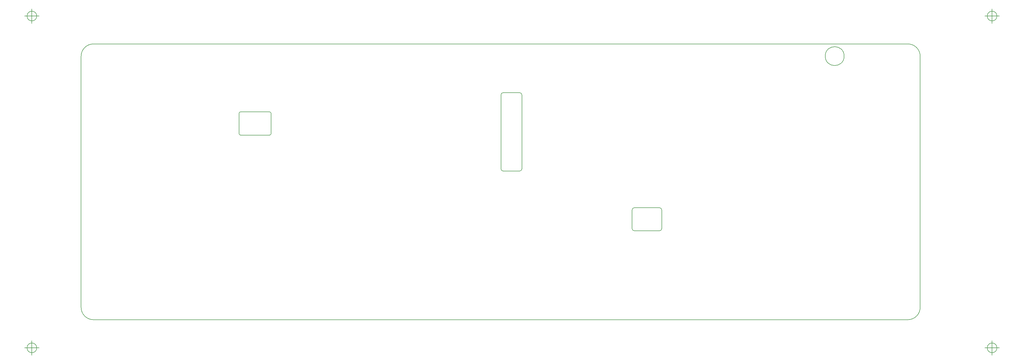
<source format=gbr>
%TF.GenerationSoftware,KiCad,Pcbnew,5.1.6*%
%TF.CreationDate,2020-06-25T21:19:21+02:00*%
%TF.ProjectId,OTTO_AUX_SMD,4f54544f-5f41-4555-985f-534d442e6b69,rev?*%
%TF.SameCoordinates,PX269fb20PYbb65a20*%
%TF.FileFunction,Profile,NP*%
%FSLAX46Y46*%
G04 Gerber Fmt 4.6, Leading zero omitted, Abs format (unit mm)*
G04 Created by KiCad (PCBNEW 5.1.6) date 2020-06-25 21:19:21*
%MOMM*%
%LPD*%
G01*
G04 APERTURE LIST*
%TA.AperFunction,Profile*%
%ADD10C,0.150000*%
%TD*%
G04 APERTURE END LIST*
D10*
X176100000Y123300000D02*
G75*
G02*
X175300000Y122500000I-800000J0D01*
G01*
X166700000Y122500000D02*
G75*
G02*
X165900000Y123300000I0J800000D01*
G01*
X175300000Y130500000D02*
G75*
G02*
X176100000Y129700000I0J-800000D01*
G01*
X165900000Y129700000D02*
G75*
G02*
X166700000Y130500000I800000J0D01*
G01*
X165900000Y123300000D02*
X165900000Y129700000D01*
X175300000Y122500000D02*
X166700000Y122500000D01*
X176100000Y129700000D02*
X176100000Y123300000D01*
X166700000Y130500000D02*
X175300000Y130500000D01*
X31250000Y155500000D02*
G75*
G02*
X30750000Y156000000I0J500000D01*
G01*
X30750000Y163000000D02*
G75*
G02*
X31250000Y163500000I500000J0D01*
G01*
X41250000Y163500000D02*
G75*
G02*
X41750000Y163000000I0J-500000D01*
G01*
X41750000Y156000000D02*
G75*
G02*
X41250000Y155500000I-500000J0D01*
G01*
X30750000Y156000000D02*
X30750000Y163000000D01*
X41250000Y155500000D02*
X31250000Y155500000D01*
X41750000Y163000000D02*
X41750000Y156000000D01*
X31250000Y163500000D02*
X41250000Y163500000D01*
X238820000Y182700000D02*
G75*
G03*
X238820000Y182700000I-3250000J0D01*
G01*
X-23570000Y182650000D02*
G75*
G02*
X-19320000Y186900000I4250000J0D01*
G01*
X260720000Y186900000D02*
X-19320000Y186900000D01*
X121550000Y143113782D02*
G75*
G02*
X120800000Y143863782I0J750000D01*
G01*
X128000000Y143863782D02*
G75*
G02*
X127250000Y143113782I-750000J0D01*
G01*
X120798959Y169363782D02*
G75*
G02*
X121548959Y170113782I750000J0D01*
G01*
X127250000Y170113782D02*
G75*
G02*
X128000000Y169363782I0J-750000D01*
G01*
X121548959Y170113782D02*
X127250000Y170113782D01*
X121550000Y143113782D02*
X127250000Y143113782D01*
X120798959Y169363782D02*
X120800000Y143863782D01*
X128000000Y169363782D02*
X128000000Y143863782D01*
X-38833334Y196500000D02*
G75*
G03*
X-38833334Y196500000I-1666666J0D01*
G01*
X-43000000Y196500000D02*
X-38000000Y196500000D01*
X-40500000Y199000000D02*
X-40500000Y194000000D01*
X-38833334Y82200000D02*
G75*
G03*
X-38833334Y82200000I-1666666J0D01*
G01*
X-43000000Y82200000D02*
X-38000000Y82200000D01*
X-40500000Y84700000D02*
X-40500000Y79700000D01*
X291366666Y82200000D02*
G75*
G03*
X291366666Y82200000I-1666666J0D01*
G01*
X287200000Y82200000D02*
X292200000Y82200000D01*
X289700000Y84700000D02*
X289700000Y79700000D01*
X291366666Y196500000D02*
G75*
G03*
X291366666Y196500000I-1666666J0D01*
G01*
X287200000Y196500000D02*
X292200000Y196500000D01*
X289700000Y199000000D02*
X289700000Y194000000D01*
X260720000Y186900000D02*
G75*
G02*
X264970000Y182650000I0J-4250000D01*
G01*
X264970000Y96150000D02*
G75*
G02*
X260720000Y91900000I-4250000J0D01*
G01*
X-19320000Y91900000D02*
G75*
G02*
X-23570000Y96150000I0J4250000D01*
G01*
X-23570000Y182650000D02*
X-23570000Y96150000D01*
X264970000Y96150000D02*
X264970000Y182650000D01*
X-19320000Y91900000D02*
X260720000Y91900000D01*
M02*

</source>
